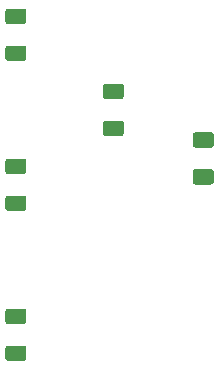
<source format=gbr>
%TF.GenerationSoftware,KiCad,Pcbnew,5.1.10-1.fc33*%
%TF.CreationDate,2021-06-13T17:02:16+02:00*%
%TF.ProjectId,power-driver,706f7765-722d-4647-9269-7665722e6b69,rev?*%
%TF.SameCoordinates,Original*%
%TF.FileFunction,Paste,Bot*%
%TF.FilePolarity,Positive*%
%FSLAX46Y46*%
G04 Gerber Fmt 4.6, Leading zero omitted, Abs format (unit mm)*
G04 Created by KiCad (PCBNEW 5.1.10-1.fc33) date 2021-06-13 17:02:16*
%MOMM*%
%LPD*%
G01*
G04 APERTURE LIST*
G04 APERTURE END LIST*
%TO.C,C6*%
G36*
G01*
X118094999Y-120280000D02*
X119395001Y-120280000D01*
G75*
G02*
X119645000Y-120529999I0J-249999D01*
G01*
X119645000Y-121355001D01*
G75*
G02*
X119395001Y-121605000I-249999J0D01*
G01*
X118094999Y-121605000D01*
G75*
G02*
X117845000Y-121355001I0J249999D01*
G01*
X117845000Y-120529999D01*
G75*
G02*
X118094999Y-120280000I249999J0D01*
G01*
G37*
G36*
G01*
X118094999Y-117155000D02*
X119395001Y-117155000D01*
G75*
G02*
X119645000Y-117404999I0J-249999D01*
G01*
X119645000Y-118230001D01*
G75*
G02*
X119395001Y-118480000I-249999J0D01*
G01*
X118094999Y-118480000D01*
G75*
G02*
X117845000Y-118230001I0J249999D01*
G01*
X117845000Y-117404999D01*
G75*
G02*
X118094999Y-117155000I249999J0D01*
G01*
G37*
%TD*%
%TO.C,C5*%
G36*
G01*
X118094999Y-107580000D02*
X119395001Y-107580000D01*
G75*
G02*
X119645000Y-107829999I0J-249999D01*
G01*
X119645000Y-108655001D01*
G75*
G02*
X119395001Y-108905000I-249999J0D01*
G01*
X118094999Y-108905000D01*
G75*
G02*
X117845000Y-108655001I0J249999D01*
G01*
X117845000Y-107829999D01*
G75*
G02*
X118094999Y-107580000I249999J0D01*
G01*
G37*
G36*
G01*
X118094999Y-104455000D02*
X119395001Y-104455000D01*
G75*
G02*
X119645000Y-104704999I0J-249999D01*
G01*
X119645000Y-105530001D01*
G75*
G02*
X119395001Y-105780000I-249999J0D01*
G01*
X118094999Y-105780000D01*
G75*
G02*
X117845000Y-105530001I0J249999D01*
G01*
X117845000Y-104704999D01*
G75*
G02*
X118094999Y-104455000I249999J0D01*
G01*
G37*
%TD*%
%TO.C,C7*%
G36*
G01*
X118094999Y-94880000D02*
X119395001Y-94880000D01*
G75*
G02*
X119645000Y-95129999I0J-249999D01*
G01*
X119645000Y-95955001D01*
G75*
G02*
X119395001Y-96205000I-249999J0D01*
G01*
X118094999Y-96205000D01*
G75*
G02*
X117845000Y-95955001I0J249999D01*
G01*
X117845000Y-95129999D01*
G75*
G02*
X118094999Y-94880000I249999J0D01*
G01*
G37*
G36*
G01*
X118094999Y-91755000D02*
X119395001Y-91755000D01*
G75*
G02*
X119645000Y-92004999I0J-249999D01*
G01*
X119645000Y-92830001D01*
G75*
G02*
X119395001Y-93080000I-249999J0D01*
G01*
X118094999Y-93080000D01*
G75*
G02*
X117845000Y-92830001I0J249999D01*
G01*
X117845000Y-92004999D01*
G75*
G02*
X118094999Y-91755000I249999J0D01*
G01*
G37*
%TD*%
%TO.C,C9*%
G36*
G01*
X133969999Y-105332500D02*
X135270001Y-105332500D01*
G75*
G02*
X135520000Y-105582499I0J-249999D01*
G01*
X135520000Y-106407501D01*
G75*
G02*
X135270001Y-106657500I-249999J0D01*
G01*
X133969999Y-106657500D01*
G75*
G02*
X133720000Y-106407501I0J249999D01*
G01*
X133720000Y-105582499D01*
G75*
G02*
X133969999Y-105332500I249999J0D01*
G01*
G37*
G36*
G01*
X133969999Y-102207500D02*
X135270001Y-102207500D01*
G75*
G02*
X135520000Y-102457499I0J-249999D01*
G01*
X135520000Y-103282501D01*
G75*
G02*
X135270001Y-103532500I-249999J0D01*
G01*
X133969999Y-103532500D01*
G75*
G02*
X133720000Y-103282501I0J249999D01*
G01*
X133720000Y-102457499D01*
G75*
G02*
X133969999Y-102207500I249999J0D01*
G01*
G37*
%TD*%
%TO.C,C8*%
G36*
G01*
X127650001Y-99430000D02*
X126349999Y-99430000D01*
G75*
G02*
X126100000Y-99180001I0J249999D01*
G01*
X126100000Y-98354999D01*
G75*
G02*
X126349999Y-98105000I249999J0D01*
G01*
X127650001Y-98105000D01*
G75*
G02*
X127900000Y-98354999I0J-249999D01*
G01*
X127900000Y-99180001D01*
G75*
G02*
X127650001Y-99430000I-249999J0D01*
G01*
G37*
G36*
G01*
X127650001Y-102555000D02*
X126349999Y-102555000D01*
G75*
G02*
X126100000Y-102305001I0J249999D01*
G01*
X126100000Y-101479999D01*
G75*
G02*
X126349999Y-101230000I249999J0D01*
G01*
X127650001Y-101230000D01*
G75*
G02*
X127900000Y-101479999I0J-249999D01*
G01*
X127900000Y-102305001D01*
G75*
G02*
X127650001Y-102555000I-249999J0D01*
G01*
G37*
%TD*%
M02*

</source>
